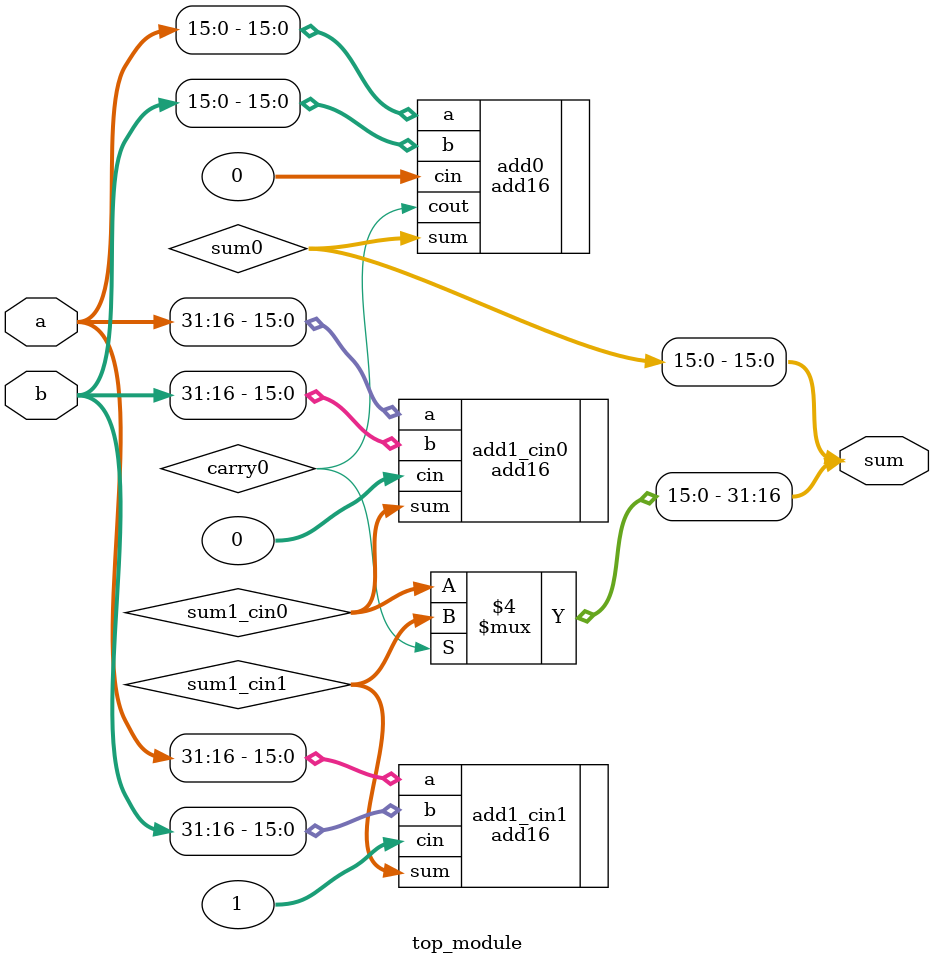
<source format=v>
module top_module(
    input [31:0] a,
    input [31:0] b,
    output [31:0] sum
);
    wire carry0;
    wire [15:0] sum0, sum1_cin0, sum1_cin1;
    add16 add0(.cin(0), .a(a[15:0]), .b(b[15:0]), .sum(sum0), .cout(carry0));
    add16 add1_cin0(.cin(0), .a(a[31:16]), .b(b[31:16]), .sum(sum1_cin0));
    add16 add1_cin1(.cin(1), .a(a[31:16]), .b(b[31:16]), .sum(sum1_cin1));
    assign sum = {carry0 ? sum1_cin1 : sum1_cin0, sum0};
endmodule

</source>
